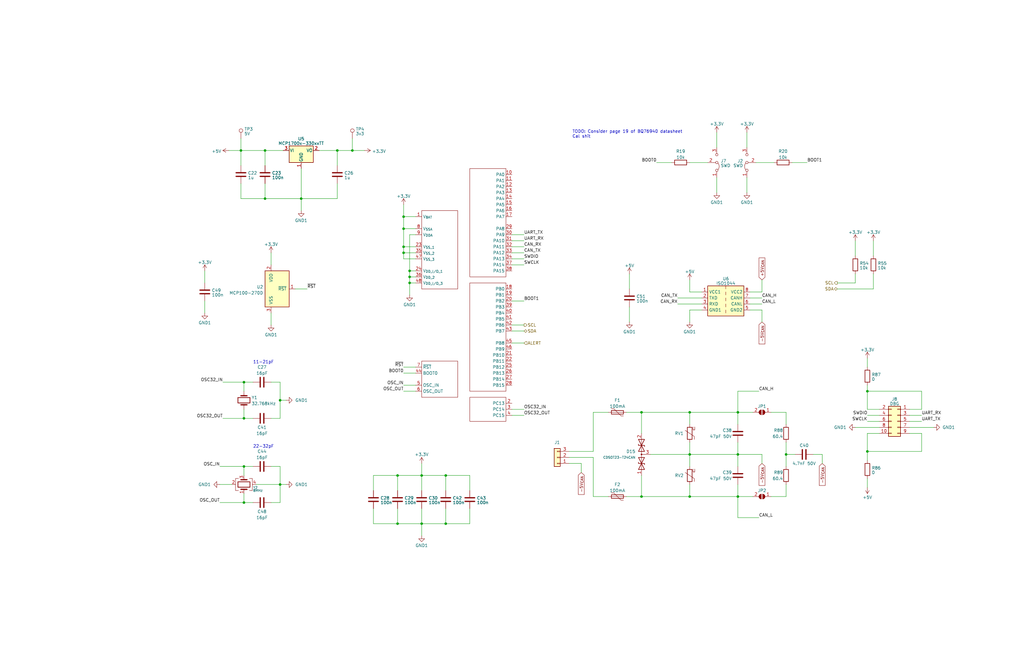
<source format=kicad_sch>
(kicad_sch (version 20230121) (generator eeschema)
  (paper "B")
  (junction (at 311.15 173.99))
  (junction (at 127 83.82))
  (junction (at 177.8 220.98))
  (junction (at 311.15 191.77))
  (junction (at 142.24 63.5))
  (junction (at 102.87 161.29))
  (junction (at 102.87 176.53))
  (junction (at 172.72 116.84))
  (junction (at 102.87 212.09))
  (junction (at 270.51 173.99))
  (junction (at 331.47 191.77))
  (junction (at 170.18 91.44))
  (junction (at 290.83 173.99))
  (junction (at 170.18 104.14))
  (junction (at 187.96 220.98))
  (junction (at 102.87 196.85))
  (junction (at 177.8 200.66))
  (junction (at 167.64 220.98))
  (junction (at 170.18 96.52))
  (junction (at 290.83 209.55))
  (junction (at 148.59 63.5))
  (junction (at 118.11 204.47))
  (junction (at 172.72 119.38))
  (junction (at 365.76 165.1))
  (junction (at 111.76 83.82))
  (junction (at 290.83 191.77))
  (junction (at 101.6 63.5))
  (junction (at 118.11 168.91))
  (junction (at 111.76 63.5))
  (junction (at 270.51 209.55))
  (junction (at 172.72 114.3))
  (junction (at 365.76 190.5))
  (junction (at 167.64 200.66))
  (junction (at 311.15 209.55))
  (junction (at 187.96 200.66))
  (junction (at 170.18 106.68))
  (wire (pts (xy 102.87 176.53) (xy 106.68 176.53)))
  (wire (pts (xy 118.11 196.85) (xy 118.11 204.47)))
  (wire (pts (xy 270.51 209.55) (xy 290.83 209.55)))
  (wire (pts (xy 142.24 77.47) (xy 142.24 83.82)))
  (wire (pts (xy 331.47 173.99) (xy 325.12 173.99)))
  (wire (pts (xy 302.26 55.88) (xy 302.26 62.23)))
  (wire (pts (xy 383.54 177.8) (xy 388.62 177.8)))
  (wire (pts (xy 187.96 220.98) (xy 187.96 214.63)))
  (wire (pts (xy 295.91 128.27) (xy 285.75 128.27)))
  (wire (pts (xy 250.19 173.99) (xy 256.54 173.99)))
  (wire (pts (xy 383.54 172.72) (xy 388.62 172.72)))
  (wire (pts (xy 365.76 182.88) (xy 365.76 190.5)))
  (wire (pts (xy 368.3 101.6) (xy 368.3 107.95)))
  (wire (pts (xy 295.91 125.73) (xy 285.75 125.73)))
  (wire (pts (xy 331.47 204.47) (xy 331.47 209.55)))
  (wire (pts (xy 311.15 204.47) (xy 311.15 209.55)))
  (wire (pts (xy 311.15 165.1) (xy 311.15 173.99)))
  (wire (pts (xy 198.12 220.98) (xy 198.12 214.63)))
  (wire (pts (xy 368.3 115.57) (xy 368.3 121.92)))
  (wire (pts (xy 172.72 119.38) (xy 172.72 116.84)))
  (wire (pts (xy 118.11 176.53) (xy 118.11 168.91)))
  (wire (pts (xy 331.47 209.55) (xy 325.12 209.55)))
  (wire (pts (xy 92.71 212.09) (xy 102.87 212.09)))
  (wire (pts (xy 250.19 209.55) (xy 256.54 209.55)))
  (wire (pts (xy 353.06 121.92) (xy 368.3 121.92)))
  (wire (pts (xy 102.87 165.1) (xy 102.87 161.29)))
  (wire (pts (xy 311.15 173.99) (xy 317.5 173.99)))
  (wire (pts (xy 220.98 172.72) (xy 215.9 172.72)))
  (wire (pts (xy 170.18 165.1) (xy 175.26 165.1)))
  (wire (pts (xy 172.72 116.84) (xy 175.26 116.84)))
  (wire (pts (xy 290.83 68.58) (xy 298.45 68.58)))
  (wire (pts (xy 111.76 63.5) (xy 119.38 63.5)))
  (wire (pts (xy 365.76 151.13) (xy 365.76 154.94)))
  (wire (pts (xy 388.62 182.88) (xy 383.54 182.88)))
  (wire (pts (xy 340.36 68.58) (xy 334.01 68.58)))
  (wire (pts (xy 170.18 96.52) (xy 170.18 104.14)))
  (wire (pts (xy 321.31 123.19) (xy 316.23 123.19)))
  (wire (pts (xy 167.64 200.66) (xy 167.64 207.01)))
  (wire (pts (xy 331.47 191.77) (xy 335.28 191.77)))
  (wire (pts (xy 92.71 196.85) (xy 102.87 196.85)))
  (wire (pts (xy 388.62 182.88) (xy 388.62 190.5)))
  (wire (pts (xy 86.36 127) (xy 86.36 132.08)))
  (wire (pts (xy 167.64 214.63) (xy 167.64 220.98)))
  (wire (pts (xy 365.76 162.56) (xy 365.76 165.1)))
  (wire (pts (xy 388.62 165.1) (xy 388.62 172.72)))
  (wire (pts (xy 102.87 200.66) (xy 102.87 196.85)))
  (wire (pts (xy 111.76 63.5) (xy 111.76 69.85)))
  (wire (pts (xy 198.12 200.66) (xy 187.96 200.66)))
  (wire (pts (xy 250.19 193.04) (xy 240.03 193.04)))
  (wire (pts (xy 331.47 186.69) (xy 331.47 191.77)))
  (wire (pts (xy 172.72 114.3) (xy 175.26 114.3)))
  (wire (pts (xy 118.11 161.29) (xy 118.11 168.91)))
  (wire (pts (xy 170.18 157.48) (xy 175.26 157.48)))
  (wire (pts (xy 170.18 104.14) (xy 170.18 106.68)))
  (wire (pts (xy 311.15 209.55) (xy 317.5 209.55)))
  (wire (pts (xy 316.23 128.27) (xy 321.31 128.27)))
  (wire (pts (xy 157.48 214.63) (xy 157.48 220.98)))
  (wire (pts (xy 170.18 162.56) (xy 175.26 162.56)))
  (wire (pts (xy 118.11 212.09) (xy 118.11 204.47)))
  (wire (pts (xy 265.43 115.57) (xy 265.43 121.92)))
  (wire (pts (xy 360.68 180.34) (xy 370.84 180.34)))
  (wire (pts (xy 311.15 173.99) (xy 311.15 179.07)))
  (wire (pts (xy 102.87 161.29) (xy 106.68 161.29)))
  (wire (pts (xy 101.6 77.47) (xy 101.6 83.82)))
  (wire (pts (xy 172.72 99.06) (xy 175.26 99.06)))
  (wire (pts (xy 177.8 220.98) (xy 177.8 226.06)))
  (wire (pts (xy 245.11 199.39) (xy 245.11 195.58)))
  (wire (pts (xy 114.3 106.68) (xy 114.3 111.76)))
  (wire (pts (xy 290.83 130.81) (xy 295.91 130.81)))
  (wire (pts (xy 114.3 212.09) (xy 118.11 212.09)))
  (wire (pts (xy 86.36 114.3) (xy 86.36 119.38)))
  (wire (pts (xy 187.96 220.98) (xy 198.12 220.98)))
  (wire (pts (xy 311.15 186.69) (xy 311.15 191.77)))
  (wire (pts (xy 346.71 191.77) (xy 342.9 191.77)))
  (wire (pts (xy 215.9 137.16) (xy 220.98 137.16)))
  (wire (pts (xy 167.64 220.98) (xy 177.8 220.98)))
  (wire (pts (xy 172.72 119.38) (xy 172.72 124.46)))
  (wire (pts (xy 250.19 193.04) (xy 250.19 209.55)))
  (wire (pts (xy 102.87 212.09) (xy 106.68 212.09)))
  (wire (pts (xy 290.83 135.89) (xy 290.83 130.81)))
  (wire (pts (xy 172.72 114.3) (xy 172.72 99.06)))
  (wire (pts (xy 167.64 200.66) (xy 177.8 200.66)))
  (wire (pts (xy 365.76 175.26) (xy 370.84 175.26)))
  (wire (pts (xy 177.8 214.63) (xy 177.8 220.98)))
  (wire (pts (xy 215.9 101.6) (xy 220.98 101.6)))
  (wire (pts (xy 314.96 62.23) (xy 314.96 55.88)))
  (wire (pts (xy 331.47 191.77) (xy 331.47 196.85)))
  (wire (pts (xy 321.31 118.11) (xy 321.31 123.19)))
  (wire (pts (xy 148.59 63.5) (xy 153.67 63.5)))
  (wire (pts (xy 111.76 77.47) (xy 111.76 83.82)))
  (wire (pts (xy 264.16 173.99) (xy 270.51 173.99)))
  (wire (pts (xy 157.48 200.66) (xy 157.48 207.01)))
  (wire (pts (xy 198.12 207.01) (xy 198.12 200.66)))
  (wire (pts (xy 383.54 175.26) (xy 388.62 175.26)))
  (wire (pts (xy 318.77 68.58) (xy 326.39 68.58)))
  (wire (pts (xy 290.83 191.77) (xy 274.32 191.77)))
  (wire (pts (xy 96.52 63.5) (xy 101.6 63.5)))
  (wire (pts (xy 331.47 179.07) (xy 331.47 173.99)))
  (wire (pts (xy 311.15 191.77) (xy 311.15 196.85)))
  (wire (pts (xy 220.98 127) (xy 215.9 127)))
  (wire (pts (xy 346.71 191.77) (xy 346.71 195.58)))
  (wire (pts (xy 311.15 191.77) (xy 321.31 191.77)))
  (wire (pts (xy 215.9 104.14) (xy 220.98 104.14)))
  (wire (pts (xy 365.76 190.5) (xy 365.76 194.31)))
  (wire (pts (xy 311.15 209.55) (xy 311.15 218.44)))
  (wire (pts (xy 101.6 63.5) (xy 101.6 69.85)))
  (wire (pts (xy 177.8 220.98) (xy 187.96 220.98)))
  (wire (pts (xy 114.3 161.29) (xy 118.11 161.29)))
  (wire (pts (xy 102.87 196.85) (xy 106.68 196.85)))
  (wire (pts (xy 365.76 165.1) (xy 365.76 172.72)))
  (wire (pts (xy 321.31 135.89) (xy 321.31 130.81)))
  (wire (pts (xy 142.24 63.5) (xy 148.59 63.5)))
  (wire (pts (xy 118.11 168.91) (xy 120.65 168.91)))
  (wire (pts (xy 270.51 173.99) (xy 290.83 173.99)))
  (wire (pts (xy 290.83 191.77) (xy 311.15 191.77)))
  (wire (pts (xy 215.9 111.76) (xy 220.98 111.76)))
  (wire (pts (xy 170.18 106.68) (xy 170.18 109.22)))
  (wire (pts (xy 102.87 208.28) (xy 102.87 212.09)))
  (wire (pts (xy 311.15 218.44) (xy 320.04 218.44)))
  (wire (pts (xy 170.18 91.44) (xy 170.18 96.52)))
  (wire (pts (xy 383.54 180.34) (xy 393.7 180.34)))
  (wire (pts (xy 170.18 96.52) (xy 175.26 96.52)))
  (wire (pts (xy 240.03 190.5) (xy 250.19 190.5)))
  (wire (pts (xy 240.03 195.58) (xy 245.11 195.58)))
  (wire (pts (xy 220.98 175.26) (xy 215.9 175.26)))
  (wire (pts (xy 290.83 186.69) (xy 290.83 191.77)))
  (wire (pts (xy 290.83 209.55) (xy 311.15 209.55)))
  (wire (pts (xy 93.98 176.53) (xy 102.87 176.53)))
  (wire (pts (xy 97.79 204.47) (xy 92.71 204.47)))
  (wire (pts (xy 321.31 130.81) (xy 316.23 130.81)))
  (wire (pts (xy 93.98 161.29) (xy 102.87 161.29)))
  (wire (pts (xy 265.43 129.54) (xy 265.43 135.89)))
  (wire (pts (xy 365.76 165.1) (xy 388.62 165.1)))
  (wire (pts (xy 167.64 200.66) (xy 157.48 200.66)))
  (wire (pts (xy 365.76 182.88) (xy 370.84 182.88)))
  (wire (pts (xy 177.8 200.66) (xy 177.8 207.01)))
  (wire (pts (xy 270.51 200.66) (xy 270.51 209.55)))
  (wire (pts (xy 124.46 121.92) (xy 129.54 121.92)))
  (wire (pts (xy 187.96 207.01) (xy 187.96 200.66)))
  (wire (pts (xy 175.26 154.94) (xy 170.18 154.94)))
  (wire (pts (xy 101.6 63.5) (xy 111.76 63.5)))
  (wire (pts (xy 290.83 173.99) (xy 311.15 173.99)))
  (wire (pts (xy 360.68 115.57) (xy 360.68 119.38)))
  (wire (pts (xy 264.16 209.55) (xy 270.51 209.55)))
  (wire (pts (xy 290.83 123.19) (xy 295.91 123.19)))
  (wire (pts (xy 276.86 68.58) (xy 283.21 68.58)))
  (wire (pts (xy 290.83 191.77) (xy 290.83 196.85)))
  (wire (pts (xy 365.76 172.72) (xy 370.84 172.72)))
  (wire (pts (xy 142.24 63.5) (xy 142.24 69.85)))
  (wire (pts (xy 127 83.82) (xy 142.24 83.82)))
  (wire (pts (xy 215.9 139.7) (xy 220.98 139.7)))
  (wire (pts (xy 215.9 106.68) (xy 220.98 106.68)))
  (wire (pts (xy 111.76 83.82) (xy 127 83.82)))
  (wire (pts (xy 170.18 106.68) (xy 175.26 106.68)))
  (wire (pts (xy 101.6 83.82) (xy 111.76 83.82)))
  (wire (pts (xy 148.59 58.42) (xy 148.59 63.5)))
  (wire (pts (xy 290.83 118.11) (xy 290.83 123.19)))
  (wire (pts (xy 170.18 109.22) (xy 175.26 109.22)))
  (wire (pts (xy 101.6 58.42) (xy 101.6 63.5)))
  (wire (pts (xy 215.9 109.22) (xy 220.98 109.22)))
  (wire (pts (xy 114.3 196.85) (xy 118.11 196.85)))
  (wire (pts (xy 270.51 173.99) (xy 270.51 182.88)))
  (wire (pts (xy 365.76 190.5) (xy 388.62 190.5)))
  (wire (pts (xy 118.11 204.47) (xy 120.65 204.47)))
  (wire (pts (xy 134.62 63.5) (xy 142.24 63.5)))
  (wire (pts (xy 172.72 116.84) (xy 172.72 114.3)))
  (wire (pts (xy 157.48 220.98) (xy 167.64 220.98)))
  (wire (pts (xy 250.19 190.5) (xy 250.19 173.99)))
  (wire (pts (xy 321.31 191.77) (xy 321.31 195.58)))
  (wire (pts (xy 316.23 125.73) (xy 321.31 125.73)))
  (wire (pts (xy 114.3 132.08) (xy 114.3 137.16)))
  (wire (pts (xy 187.96 200.66) (xy 177.8 200.66)))
  (wire (pts (xy 311.15 165.1) (xy 320.04 165.1)))
  (wire (pts (xy 365.76 201.93) (xy 365.76 205.74)))
  (wire (pts (xy 170.18 86.36) (xy 170.18 91.44)))
  (wire (pts (xy 302.26 74.93) (xy 302.26 81.28)))
  (wire (pts (xy 127 83.82) (xy 127 88.9)))
  (wire (pts (xy 215.9 144.78) (xy 220.98 144.78)))
  (wire (pts (xy 365.76 177.8) (xy 370.84 177.8)))
  (wire (pts (xy 290.83 204.47) (xy 290.83 209.55)))
  (wire (pts (xy 353.06 119.38) (xy 360.68 119.38)))
  (wire (pts (xy 114.3 176.53) (xy 118.11 176.53)))
  (wire (pts (xy 360.68 101.6) (xy 360.68 107.95)))
  (wire (pts (xy 314.96 74.93) (xy 314.96 81.28)))
  (wire (pts (xy 170.18 104.14) (xy 175.26 104.14)))
  (wire (pts (xy 170.18 91.44) (xy 175.26 91.44)))
  (wire (pts (xy 172.72 119.38) (xy 175.26 119.38)))
  (wire (pts (xy 102.87 172.72) (xy 102.87 176.53)))
  (wire (pts (xy 215.9 99.06) (xy 220.98 99.06)))
  (wire (pts (xy 177.8 195.58) (xy 177.8 200.66)))
  (wire (pts (xy 290.83 173.99) (xy 290.83 179.07)))
  (wire (pts (xy 127 71.12) (xy 127 83.82)))
  (wire (pts (xy 107.95 204.47) (xy 118.11 204.47)))
  (text "11-21pF" (at 106.68 153.67 0) (effects (font (size 1.27 1.27)) (justify left bottom)))
  (text "22-32pF" (at 106.68 189.23 0) (effects (font (size 1.27 1.27)) (justify left bottom)))
  (text "TODO: Consider page 19 of BQ76940 datasheet\nCal shit" (at 241.3 58.42 0) (effects (font (size 1.27 1.27)) (justify left bottom)))
  (label "CAN_L" (at 320.04 218.44 0))
  (label "UART_TX" (at 388.62 177.8 0))
  (label "OSC_IN" (at 170.18 162.56 180))
  (label "SWDIO" (at 365.76 175.26 180))
  (label "CAN_H" (at 321.31 125.73 0))
  (label "SWCLK" (at 365.76 177.8 180))
  (label "OSC_OUT" (at 170.18 165.1 180))
  (label "CAN_RX" (at 285.75 128.27 180))
  (label "SWCLK" (at 220.98 111.76 0))
  (label "BOOT1" (at 220.98 127 0))
  (label "OSC32_OUT" (at 220.98 175.26 0))
  (label "~{RST}" (at 170.18 154.94 180))
  (label "UART_TX" (at 220.98 99.06 0))
  (label "~{RST}" (at 129.54 121.92 0))
  (label "CAN_H" (at 320.04 165.1 0))
  (label "UART_RX" (at 220.98 101.6 0))
  (label "BOOT1" (at 340.36 68.58 0))
  (label "OSC32_OUT" (at 93.98 176.53 180))
  (label "OSC_IN" (at 92.71 196.85 180))
  (label "OSC32_IN" (at 93.98 161.29 180))
  (label "OSC_OUT" (at 92.71 212.09 180))
  (label "BOOT0" (at 170.18 157.48 180))
  (label "SWDIO" (at 220.98 109.22 0))
  (label "BOOT0" (at 276.86 68.58 180))
  (label "OSC32_IN" (at 220.98 172.72 0))
  (label "CAN_TX" (at 285.75 125.73 180))
  (label "CAN_RX" (at 220.98 104.14 0))
  (label "UART_RX" (at 388.62 175.26 0))
  (label "CAN_TX" (at 220.98 106.68 0))
  (label "CAN_L" (at 321.31 128.27 0))
  (global_label "-5V_{CAN}" (shape input) (at 346.71 195.58 270) (property "Intersheetrefs" "${INTERSHEET_REFS}" (effects hide)))
  (global_label "+5V_{CAN}" (shape input) (at 321.31 118.11 90) (property "Intersheetrefs" "${INTERSHEET_REFS}" (effects hide)))
  (global_label "-5V_{CAN}" (shape input) (at 245.11 199.39 270) (property "Intersheetrefs" "${INTERSHEET_REFS}" (effects hide)))
  (global_label "-5V_{CAN}" (shape input) (at 321.31 135.89 270) (property "Intersheetrefs" "${INTERSHEET_REFS}" (effects hide)))
  (global_label "-5V_{CAN}" (shape input) (at 321.31 195.58 270) (property "Intersheetrefs" "${INTERSHEET_REFS}" (effects hide)))
  (hierarchical_label "SCL" (shape output) (at 220.98 137.16 0))
  (hierarchical_label "ALERT" (shape input) (at 220.98 144.78 0))
  (hierarchical_label "SCL" (shape output) (at 353.06 119.38 180))
  (hierarchical_label "SDA" (shape bidirectional) (at 353.06 121.92 180))
  (hierarchical_label "SDA" (shape bidirectional) (at 220.98 139.7 0))
  (symbol (lib_id "Device:R") (at 287.02 68.58 90) (unit 1)
    (property "Reference" "R19" (at 287.02 63.8642 90))
    (property "Value" "10k" (at 287.02 66.4011 90))
    (property "Footprint" "Resistor_SMD:R_0603_1608Metric" (effects hide))
    (property "Datasheet" "https://www.mouser.com/datasheet/2/219/RK73H-1825326.pdf" (effects hide))
    (property "Mouser" "https://www.mouser.com/ProductDetail/KOA-Speer/RK73H1JTTD1002F?qs=sGAEpiMZZMtlubZbdhIBINkEv%252BGnJSJCzf6arQIEEEA%3D" (effects hide))
    (property "Part Number" "RK73H1JTTD1002F" (effects hide))
    (property "Rating" "100mW" (effects hide))
  )
  (symbol (lib_id "qtech:CH32V203CxT6") (at 205.74 93.98 0) (unit 1)
    (property "Reference" "U3" (effects hide))
    (property "Value" "CH32V203CxT6" (effects hide))
    (property "Footprint" "Package_QFP:LQFP-48_7x7mm_P0.5mm" (effects hide))
    (property "Datasheet" "http://www.wch-ic.com/downloads/file/354.html" (effects hide))
    (property "Mouser" "-" (effects hide))
    (property "Part Number" "CH32V203C8T6" (effects hide))
  )
  (symbol (lib_id "Device:Crystal") (at 102.87 168.91 90) (unit 1)
    (property "Reference" "Y1" (at 106.045 167.767 90) (effects (justify right)))
    (property "Value" "32.768kHz" (at 106.045 170.307 90) (effects (justify right)))
    (property "Footprint" "Crystal:Crystal_SMD_3215-2Pin_3.2x1.5mm" (effects hide))
    (property "Datasheet" "https://www.mouser.com/datasheet/2/3/ABS07AIG-3215092.pdf" (effects hide))
    (property "Mouser" "https://www.mouser.com/ProductDetail/ABRACON/ABS07AIG-32.768KHZ-T?qs=gG6m684uYP5oqwgXl1V4Jg%3D%3D" (effects hide))
    (property "Part Number" "ABS07AIG-32.768KHZ-T" (effects hide))
    (property "Rating" "12.5pF" (effects hide))
  )
  (symbol (lib_id "power:GND1") (at 92.71 204.47 270) (unit 1)
    (property "Reference" "#PWR016" (effects hide))
    (property "Value" "GND1" (at 88.9 204.47 90) (effects (justify right)))
  )
  (symbol (lib_id "power:GND1") (at 127 88.9 0) (unit 1)
    (property "Reference" "#PWR010" (effects hide))
    (property "Value" "GND1" (at 127 93.0355 0))
    (instances (project "bms" (path "" (reference "#PWR010") (unit 1)) (path "" (reference "#PWR020") (unit 1))))
  )
  (symbol (lib_id "Device:C") (at 265.43 125.73 0) (unit 1)
    (property "Reference" "C51" (at 268.351 125.0863 0) (effects (justify left)))
    (property "Value" "100n" (at 268.351 127.0073 0) (effects (justify left)))
    (property "Footprint" "Capacitor_SMD:C_0603_1608Metric" (effects hide))
    (property "Datasheet" "https://www.mouser.com/datasheet/2/40/X7RDielectric-2943470.pdf" (effects hide))
    (property "Mouser" "https://www.mouser.com/ProductDetail/KYOCERA-AVX/06035C104KAT2A?qs=sGAEpiMZZMs7ZEmUmaUL07F2qgI%252BUofJK2BrtL3gRPE%3D" (effects hide))
    (property "Part Number" "06035C104KAT2A" (effects hide))
    (property "Rating" "50V" (effects hide))
  )
  (symbol (lib_id "Connector:TestPoint") (at 148.59 58.42 0) (unit 1)
    (property "Reference" "TP4" (at 149.987 54.4743 0) (effects (justify left)))
    (property "Value" "3v3" (at 149.987 56.3953 0) (effects (justify left)))
    (property "Footprint" "TestPoint:TestPoint_Pad_D1.5mm" (effects hide))
  )
  (symbol (lib_id "power:GND1") (at 393.7 180.34 90) (unit 1)
    (property "Reference" "#PWR010" (effects hide))
    (property "Value" "GND1" (at 400.05 180.34 90))
    (instances (project "bms" (path "" (reference "#PWR010") (unit 1)) (path "" (reference "#PWR051") (unit 1))))
  )
  (symbol (lib_id "Device:R") (at 368.3 111.76 180) (unit 1)
    (property "Reference" "R55" (at 370.078 111.1163 0) (effects (justify right)))
    (property "Value" "10k" (at 370.078 113.0373 0) (effects (justify right)))
    (property "Footprint" "Resistor_SMD:R_0603_1608Metric" (effects hide))
    (property "Datasheet" "https://www.mouser.com/datasheet/2/219/RK73H-1825326.pdf" (effects hide))
    (property "Mouser" "https://www.mouser.com/ProductDetail/KOA-Speer/RK73H1JTTD1002F?qs=sGAEpiMZZMtlubZbdhIBINkEv%252BGnJSJCzf6arQIEEEA%3D" (effects hide))
    (property "Part Number" "RK73H1JTTD1002F" (effects hide))
    (property "Rating" "100mW" (effects hide))
  )
  (symbol (lib_id "Device:C") (at 167.64 210.82 0) (unit 1)
    (property "Reference" "C29" (at 170.561 210.1763 0) (effects (justify left)))
    (property "Value" "100n" (at 170.561 212.0973 0) (effects (justify left)))
    (property "Footprint" "Capacitor_SMD:C_0603_1608Metric" (effects hide))
    (property "Datasheet" "https://www.mouser.com/datasheet/2/40/X7RDielectric-2943470.pdf" (effects hide))
    (property "Mouser" "https://www.mouser.com/ProductDetail/KYOCERA-AVX/06035C104KAT2A?qs=sGAEpiMZZMs7ZEmUmaUL07F2qgI%252BUofJK2BrtL3gRPE%3D" (effects hide))
    (property "Part Number" "06035C104KAT2A" (effects hide))
    (property "Rating" "50V" (effects hide))
  )
  (symbol (lib_id "Device:Crystal_GND24") (at 102.87 204.47 90) (unit 1)
    (property "Reference" "Y2" (at 106.68 205.74 90) (effects (font (size 1 1)) (justify right)))
    (property "Value" "8MHz" (at 106.68 207.01 90) (effects (font (size 1 1)) (justify right)))
    (property "Footprint" "Crystal:Crystal_SMD_Abracon_ABM3C-4Pin_5.0x3.2mm" (effects hide))
    (property "Datasheet" "https://www.mouser.com/datasheet/2/3/ABM3BAIG-1608910.pdf" (effects hide))
    (property "Mouser" "https://www.mouser.com/ProductDetail/ABRACON/ABM3BAIG-8.000MHZ-1Z-T?qs=uwxL4vQweFMtl1NAFNP1Qg%3D%3D" (effects hide))
    (property "Part Number" "ABM3BAIG-8.000MHZ-1Z-T" (effects hide))
    (property "Rating" "18pF" (effects hide))
  )
  (symbol (lib_id "qtech:CH32V203CxT6") (at 205.74 142.24 0) (unit 2)
    (property "Reference" "U3" (effects hide))
    (property "Value" "CH32V203CxT6" (effects hide))
    (property "Footprint" "Package_QFP:LQFP-48_7x7mm_P0.5mm" (effects hide))
    (property "Datasheet" "http://www.wch-ic.com/downloads/file/354.html" (effects hide))
    (property "Mouser" "-" (effects hide))
    (property "Part Number" "CH32V203C8T6" (effects hide))
  )
  (symbol (lib_id "Regulator_Linear:MCP1700x-330xxTT") (at 127 63.5 0) (unit 1)
    (property "Reference" "U5" (at 127 58.5851 0))
    (property "Value" "MCP1700x-330xxTT" (at 127 60.5061 0))
    (property "Footprint" "Package_TO_SOT_SMD:SOT-23" (effects hide))
    (property "Datasheet" "http://ww1.microchip.com/downloads/en/DeviceDoc/20001826D.pdf" (effects hide))
    (property "Mouser" "https://www.mouser.com/ProductDetail/Microchip-Technology/MCP1700T-3302E-TT?qs=fM4xO01eazPmCNDrdHEdaw%3D%3D" (effects hide))
    (property "Part Number" "MCP1700T-3302E/TT " (effects hide))
  )
  (symbol (lib_id "power:GND1") (at 302.26 81.28 0) (unit 1)
    (property "Reference" "#PWR010" (effects hide))
    (property "Value" "GND1" (at 302.26 85.4155 0))
    (instances (project "bms" (path "" (reference "#PWR010") (unit 1)) (path "" (reference "#PWR022") (unit 1))))
  )
  (symbol (lib_id "qtech:CH32V203CxT6") (at 185.42 106.68 0) (unit 5)
    (property "Reference" "U3" (effects hide))
    (property "Value" "CH32V203CxT6" (effects hide))
    (property "Footprint" "Package_QFP:LQFP-48_7x7mm_P0.5mm" (effects hide))
    (property "Datasheet" "http://www.wch-ic.com/downloads/file/354.html" (effects hide))
    (property "Mouser" "-" (effects hide))
    (property "Part Number" "CH32V203C8T6" (effects hide))
  )
  (symbol (lib_id "Jumper:SolderJumper_2_Open") (at 321.31 173.99 0) (mirror y) (unit 1) (in_bom no)
    (property "Reference" "JP1" (at 321.31 171.45 0))
    (property "Value" "SolderJumper_2_Open" (effects hide))
    (property "Footprint" "Jumper:SolderJumper-2_P1.3mm_Open_RoundedPad1.0x1.5mm" (effects hide))
    (instances (project "bms" (path "" (reference "JP1") (unit 1))) (project "bcu" (path "" (reference "JP?") (unit 1)) (path "" (reference "JP3") (unit 1))))
  )
  (symbol (lib_id "Device:C") (at 142.24 73.66 0) (unit 1)
    (property "Reference" "C26" (at 145.161 73.0163 0) (effects (justify left)))
    (property "Value" "1u" (at 145.161 74.9373 0) (effects (justify left)))
    (property "Footprint" "Capacitor_SMD:C_0603_1608Metric" (effects hide))
    (property "Datasheet" "https://www.mouser.com/datasheet/2/585/MLCC-1837944.pdf" (effects hide))
    (property "Mouser" "https://www.mouser.com/ProductDetail/Samsung-Electro-Mechanics/CL10B105KA8NNND?qs=sGAEpiMZZMs7ZEmUmaUL03JOSOi7G3a3Pbmf%252BVZ%2FyZWWNareYBTNVg%3D%3D" (effects hide))
    (property "Part Number" "CL10B105KA8NNND" (effects hide))
    (property "Rating" "25V" (effects hide))
  )
  (symbol (lib_id "Device:C") (at 311.15 182.88 0) (mirror y) (unit 1)
    (property "Reference" "C38" (at 308.61 181.61 0) (effects (justify left)))
    (property "Value" "47pF 50V" (at 308.61 184.15 0) (effects (justify left)))
    (property "Footprint" "Capacitor_SMD:C_0402_1005Metric" (effects hide))
    (property "Datasheet" "https://www.mouser.com/datasheet/2/281/1/GRT1555C1H470JA02_01A-3157872.pdf" (effects hide))
    (property "Mouser" "https://www.mouser.com/ProductDetail/Murata-Electronics/GRT1555C1H470JA02D?qs=qkDYIeTQ%252BEmwVxkhIB%2FZ%2Fg%3D%3D" (effects hide))
    (property "Part Number" "GRT1555C1H470JA02D" (effects hide))
    (instances (project "bms" (path "" (reference "C38") (unit 1))) (project "bcu" (path "" (reference "C?") (unit 1)) (path "" (reference "C21") (unit 1))))
  )
  (symbol (lib_id "Connector_Generic:Conn_02x05_Odd_Even") (at 378.46 177.8 0) (mirror y) (unit 1)
    (property "Reference" "J8" (at 377.19 168.4401 0))
    (property "Value" "DBG" (at 377.19 170.3611 0))
    (property "Footprint" "Connector_PinSocket_2.54mm:PinSocket_2x05_P2.54mm_Vertical" (effects hide))
  )
  (symbol (lib_id "Connector_Generic:Conn_01x03") (at 234.95 193.04 180) (unit 1)
    (property "Reference" "J1" (at 234.95 186.69 0))
    (property "Value" "Conn_01x03" (effects hide))
    (property "Footprint" "Connector_JST:JST_XA_S02B-XASK-1_1x02_P2.50mm_Horizontal" (effects hide))
    (instances (project "bms" (path "" (reference "J1") (unit 1))) (project "bcu" (path "" (reference "J3") (unit 1))))
  )
  (symbol (lib_id "power:+5V") (at 265.43 115.57 0) (unit 1)
    (property "Reference" "#PWR01" (effects hide))
    (property "Value" "+5V" (at 265.43 112.0681 0))
    (instances (project "bms" (path "" (reference "#PWR01") (unit 1)) (path "" (reference "#PWR040") (unit 1))))
  )
  (symbol (lib_id "qtech:CH32V203CxT6") (at 185.42 160.02 0) (unit 4)
    (property "Reference" "U3" (effects hide))
    (property "Value" "CH32V203CxT6" (effects hide))
    (property "Footprint" "Package_QFP:LQFP-48_7x7mm_P0.5mm" (effects hide))
    (property "Datasheet" "http://www.wch-ic.com/downloads/file/354.html" (effects hide))
    (property "Mouser" "-" (effects hide))
    (property "Part Number" "CH32V203C8T6" (effects hide))
  )
  (symbol (lib_id "power:+3.3V") (at 177.8 195.58 0) (unit 1)
    (property "Reference" "#PWR036" (effects hide))
    (property "Value" "+3.3V" (at 177.8 191.77 0))
  )
  (symbol (lib_id "power:GND1") (at 177.8 226.06 0) (unit 1)
    (property "Reference" "#PWR010" (effects hide))
    (property "Value" "GND1" (at 177.8 230.1955 0))
    (instances (project "bms" (path "" (reference "#PWR010") (unit 1)) (path "" (reference "#PWR015") (unit 1))))
  )
  (symbol (lib_id "Device:R") (at 331.47 200.66 0) (mirror y) (unit 1)
    (property "Reference" "R89" (at 330.2 199.39 0) (effects (justify left)))
    (property "Value" "60.4" (at 330.2 201.93 0) (effects (justify left)))
    (property "Footprint" "Resistor_SMD:R_0603_1608Metric" (effects hide))
    (property "Datasheet" "https://www.vishay.com/doc?20035" (effects hide))
    (property "Mouser" "https://www.mouser.com/ProductDetail/Vishay-Dale/CRCW060360R4FKEA?qs=6fyMJ9%2FiJ9KMVX8MBWVfDg%3D%3D" (effects hide))
    (property "Part Number" "CRCW060360R4FKEA" (effects hide))
    (instances (project "bms" (path "" (reference "R89") (unit 1))) (project "bcu" (path "" (reference "R?") (unit 1)) (path "" (reference "R9") (unit 1))))
  )
  (symbol (lib_id "power:+3.3V") (at 153.67 63.5 270) (unit 1)
    (property "Reference" "#PWR030" (effects hide))
    (property "Value" "+3.3V" (at 156.845 63.8168 90) (effects (justify left)))
  )
  (symbol (lib_id "Device:C") (at 86.36 123.19 0) (unit 1)
    (property "Reference" "C49" (at 89.281 122.5463 0) (effects (justify left)))
    (property "Value" "100n" (at 89.281 124.4673 0) (effects (justify left)))
    (property "Footprint" "Capacitor_SMD:C_0603_1608Metric" (effects hide))
    (property "Datasheet" "https://www.mouser.com/datasheet/2/40/X7RDielectric-2943470.pdf" (effects hide))
    (property "Mouser" "https://www.mouser.com/ProductDetail/KYOCERA-AVX/06035C104KAT2A?qs=sGAEpiMZZMs7ZEmUmaUL07F2qgI%252BUofJK2BrtL3gRPE%3D" (effects hide))
    (property "Part Number" "06035C104KAT2A" (effects hide))
    (property "Rating" "50V" (effects hide))
  )
  (symbol (lib_id "power:+5V") (at 96.52 63.5 90) (unit 1)
    (property "Reference" "#PWR01" (effects hide))
    (property "Value" "+5V" (at 93.3451 63.8168 90) (effects (justify left)))
    (instances (project "bms" (path "" (reference "#PWR01") (unit 1)) (path "" (reference "#PWR031") (unit 1))))
  )
  (symbol (lib_id "power:GND1") (at 314.96 81.28 0) (unit 1)
    (property "Reference" "#PWR010" (effects hide))
    (property "Value" "GND1" (at 314.96 85.4155 0))
    (instances (project "bms" (path "" (reference "#PWR010") (unit 1)) (path "" (reference "#PWR024") (unit 1))))
  )
  (symbol (lib_id "Device:R") (at 360.68 111.76 180) (unit 1)
    (property "Reference" "R54" (at 362.458 111.1163 0) (effects (justify right)))
    (property "Value" "10k" (at 362.458 113.0373 0) (effects (justify right)))
    (property "Footprint" "Resistor_SMD:R_0603_1608Metric" (effects hide))
    (property "Datasheet" "https://www.mouser.com/datasheet/2/219/RK73H-1825326.pdf" (effects hide))
    (property "Mouser" "https://www.mouser.com/ProductDetail/KOA-Speer/RK73H1JTTD1002F?qs=sGAEpiMZZMtlubZbdhIBINkEv%252BGnJSJCzf6arQIEEEA%3D" (effects hide))
    (property "Part Number" "RK73H1JTTD1002F" (effects hide))
    (property "Rating" "100mW" (effects hide))
  )
  (symbol (lib_id "Jumper:Jumper_3_Bridged12") (at 302.26 68.58 270) (mirror x) (unit 1)
    (property "Reference" "J7" (at 303.8861 67.9363 90) (effects (justify left)))
    (property "Value" "SWD" (at 303.8861 69.8573 90) (effects (justify left)))
    (property "Footprint" "Jumper:SolderJumper-3_P1.3mm_Bridged12_RoundedPad1.0x1.5mm" (effects hide))
  )
  (symbol (lib_id "power:GND1") (at 114.3 137.16 0) (unit 1)
    (property "Reference" "#PWR010" (effects hide))
    (property "Value" "GND1" (at 114.3 141.2955 0))
    (instances (project "bms" (path "" (reference "#PWR010") (unit 1)) (path "" (reference "#PWR037") (unit 1))))
  )
  (symbol (lib_id "power:+3.3V") (at 302.26 55.88 0) (unit 1)
    (property "Reference" "#PWR021" (effects hide))
    (property "Value" "+3.3V" (at 302.26 52.3042 0))
  )
  (symbol (lib_id "Device:C") (at 101.6 73.66 0) (unit 1)
    (property "Reference" "C22" (at 104.521 73.0163 0) (effects (justify left)))
    (property "Value" "1u" (at 104.521 74.9373 0) (effects (justify left)))
    (property "Footprint" "Capacitor_SMD:C_0603_1608Metric" (effects hide))
    (property "Datasheet" "https://www.mouser.com/datasheet/2/585/MLCC-1837944.pdf" (effects hide))
    (property "Mouser" "https://www.mouser.com/ProductDetail/Samsung-Electro-Mechanics/CL10B105KA8NNND?qs=sGAEpiMZZMs7ZEmUmaUL03JOSOi7G3a3Pbmf%252BVZ%2FyZWWNareYBTNVg%3D%3D" (effects hide))
    (property "Part Number" "CL10B105KA8NNND" (effects hide))
    (property "Rating" "25V" (effects hide))
  )
  (symbol (lib_id "power:GND1") (at 172.72 124.46 0) (unit 1)
    (property "Reference" "#PWR010" (effects hide))
    (property "Value" "GND1" (at 172.72 128.5955 0))
    (instances (project "bms" (path "" (reference "#PWR010") (unit 1)) (path "" (reference "#PWR035") (unit 1))))
  )
  (symbol (lib_id "Device:C") (at 339.09 191.77 90) (mirror x) (unit 1)
    (property "Reference" "C40" (at 339.09 187.96 90))
    (property "Value" "4.7nF 50V" (at 339.09 195.58 90))
    (property "Footprint" "Capacitor_SMD:C_0402_1005Metric" (effects hide))
    (property "Datasheet" "https://www.mouser.com/datasheet/2/281/1/GCM155R72A472KA37_01A-3142478.pdf" (effects hide))
    (property "Mouser" "https://www.mouser.com/ProductDetail/Murata-Electronics/GCM155R72A472KA37D?qs=aEuGZpxfbxUdOQVE8GeD2Q%3D%3D" (effects hide))
    (property "Part Number" "GCM155R72A472KA37D" (effects hide))
    (instances (project "bms" (path "" (reference "C40") (unit 1))) (project "bcu" (path "" (reference "C?") (unit 1)) (path "" (reference "C24") (unit 1))))
  )
  (symbol (lib_id "Device:C") (at 198.12 210.82 0) (unit 1)
    (property "Reference" "C43" (at 201.041 210.1763 0) (effects (justify left)))
    (property "Value" "100n" (at 201.041 212.0973 0) (effects (justify left)))
    (property "Footprint" "Capacitor_SMD:C_0603_1608Metric" (effects hide))
    (property "Datasheet" "https://www.mouser.com/datasheet/2/40/X7RDielectric-2943470.pdf" (effects hide))
    (property "Mouser" "https://www.mouser.com/ProductDetail/KYOCERA-AVX/06035C104KAT2A?qs=sGAEpiMZZMs7ZEmUmaUL07F2qgI%252BUofJK2BrtL3gRPE%3D" (effects hide))
    (property "Part Number" "06035C104KAT2A" (effects hide))
    (property "Rating" "50V" (effects hide))
  )
  (symbol (lib_id "power:+5V") (at 290.83 118.11 0) (unit 1)
    (property "Reference" "#PWR01" (effects hide))
    (property "Value" "+5V" (at 290.83 114.6081 0))
    (instances (project "bms" (path "" (reference "#PWR01") (unit 1)) (path "" (reference "#PWR042") (unit 1))))
  )
  (symbol (lib_id "power:+3.3V") (at 170.18 86.36 0) (unit 1)
    (property "Reference" "#PWR019" (effects hide))
    (property "Value" "+3.3V" (at 170.18 82.7842 0))
  )
  (symbol (lib_id "Device:Polyfuse") (at 260.35 209.55 270) (mirror x) (unit 1)
    (property "Reference" "F2" (at 260.35 204.47 90))
    (property "Value" "100mA" (at 260.35 207.01 90))
    (property "Footprint" "Fuse:Fuse_1206_3216Metric" (effects hide))
    (property "Datasheet" "https://www.mouser.com/datasheet/2/643/ds_CP_0ZTJ_series-1960408.pdf" (effects hide))
    (property "Mouser" "https://www.mouser.com/ProductDetail/Bel-Fuse/0ZTJ0010FF2E?qs=sPbYRqrBIVloRUc9cuHcrQ%3D%3D" (effects hide))
    (property "Part Number" "0ZTJ0010FF2E" (effects hide))
    (instances (project "bms" (path "" (reference "F2") (unit 1))) (project "bcu" (path "" (reference "F6") (unit 1))))
  )
  (symbol (lib_id "power:+3.3V") (at 114.3 106.68 0) (unit 1)
    (property "Reference" "#PWR017" (effects hide))
    (property "Value" "+3.3V" (at 114.3 103.1042 0))
  )
  (symbol (lib_id "qtech:ISO1044") (at 306.07 125.73 0) (unit 1)
    (property "Reference" "U6" (at 306.07 117.6401 0))
    (property "Value" "ISO1044" (at 306.07 119.5611 0))
    (property "Footprint" "Package_SO:SOIC-8_3.9x4.9mm_P1.27mm" (effects hide))
    (property "Datasheet" "https://www.ti.com/lit/ds/symlink/iso1044.pdf" (effects hide))
    (property "Mouser" "https://www.mouser.com/ProductDetail/Texas-Instruments/ISO1044BD?qs=W%2FMpXkg%252BdQ6CUu0TGf8UTA%3D%3D" (effects hide))
    (property "Part Number" "ISO1044BD" (effects hide))
  )
  (symbol (lib_id "power:+3.3V") (at 314.96 55.88 0) (unit 1)
    (property "Reference" "#PWR023" (effects hide))
    (property "Value" "+3.3V" (at 314.96 52.3042 0))
  )
  (symbol (lib_id "power:+3.3V") (at 360.68 101.6 0) (unit 1)
    (property "Reference" "#PWR026" (effects hide))
    (property "Value" "+3.3V" (at 360.68 98.0242 0))
  )
  (symbol (lib_id "Device:R") (at 330.2 68.58 270) (unit 1)
    (property "Reference" "R20" (at 330.2 63.8642 90))
    (property "Value" "10k" (at 330.2 66.4011 90))
    (property "Footprint" "Resistor_SMD:R_0603_1608Metric" (effects hide))
    (property "Datasheet" "https://www.mouser.com/datasheet/2/219/RK73H-1825326.pdf" (effects hide))
    (property "Mouser" "https://www.mouser.com/ProductDetail/KOA-Speer/RK73H1JTTD1002F?qs=sGAEpiMZZMtlubZbdhIBINkEv%252BGnJSJCzf6arQIEEEA%3D" (effects hide))
    (property "Part Number" "RK73H1JTTD1002F" (effects hide))
    (property "Rating" "100mW" (effects hide))
  )
  (symbol (lib_id "power:GND1") (at 360.68 180.34 270) (unit 1)
    (property "Reference" "#PWR010" (effects hide))
    (property "Value" "GND1" (at 354.33 180.34 90))
    (instances (project "bms" (path "" (reference "#PWR010") (unit 1)) (path "" (reference "#PWR052") (unit 1))))
  )
  (symbol (lib_id "Device:Varistor") (at 290.83 182.88 180) (unit 1)
    (property "Reference" "RV1" (at 288.29 182.88 0) (effects (justify left)))
    (property "Value" "Varistor" (effects hide))
    (property "Footprint" "Resistor_SMD:R_1206_3216Metric" (effects hide))
    (property "Datasheet" "https://www.mouser.com/datasheet/2/54/avht_series-1773099.pdf" (effects hide))
    (property "Sim.Name" "kicad_builtin_varistor" (effects hide))
    (property "Sim.Device" "SUBCKT" (effects hide))
    (property "Sim.Pins" "1=A 2=B" (effects hide))
    (property "Sim.Params" "threshold=1k" (effects hide))
    (property "Sim.Library" "${KICAD7_SYMBOL_DIR}/Simulation_SPICE.sp" (effects hide))
    (property "Mouser" "https://www.mouser.com/ProductDetail/Bourns/AV14K1206201NIR1HT?qs=OlC7AqGiEDmYsye0rS80kA%3D%3D" (effects hide))
    (property "Part Number" "AV14K1206201NIR1HT" (effects hide))
  )
  (symbol (lib_id "Connector:TestPoint") (at 101.6 58.42 0) (unit 1)
    (property "Reference" "TP3" (at 102.997 54.4743 0) (effects (justify left)))
    (property "Value" "5V" (at 102.997 56.3953 0) (effects (justify left)))
    (property "Footprint" "TestPoint:TestPoint_Pad_D1.5mm" (effects hide))
  )
  (symbol (lib_id "Device:C") (at 111.76 73.66 0) (unit 1)
    (property "Reference" "C23" (at 114.681 73.0163 0) (effects (justify left)))
    (property "Value" "100n" (at 114.681 74.9373 0) (effects (justify left)))
    (property "Footprint" "Capacitor_SMD:C_0603_1608Metric" (effects hide))
    (property "Datasheet" "https://www.mouser.com/datasheet/2/40/X7RDielectric-2943470.pdf" (effects hide))
    (property "Mouser" "https://www.mouser.com/ProductDetail/KYOCERA-AVX/06035C104KAT2A?qs=sGAEpiMZZMs7ZEmUmaUL07F2qgI%252BUofJK2BrtL3gRPE%3D" (effects hide))
    (property "Part Number" "06035C104KAT2A" (effects hide))
    (property "Rating" "50V" (effects hide))
  )
  (symbol (lib_id "power:GND1") (at 290.83 135.89 0) (unit 1)
    (property "Reference" "#PWR010" (effects hide))
    (property "Value" "GND1" (at 290.83 140.0255 0))
    (instances (project "bms" (path "" (reference "#PWR010") (unit 1)) (path "" (reference "#PWR041") (unit 1))))
  )
  (symbol (lib_id "Device:R") (at 365.76 198.12 180) (unit 1)
    (property "Reference" "R86" (at 367.538 197.4763 0) (effects (justify right)))
    (property "Value" "0" (at 367.538 199.3973 0) (effects (justify right)))
    (property "Footprint" "Resistor_SMD:R_0201_0603Metric" (effects hide))
  )
  (symbol (lib_id "Jumper:SolderJumper_2_Open") (at 321.31 209.55 0) (mirror y) (unit 1) (in_bom no)
    (property "Reference" "JP2" (at 321.31 207.01 0))
    (property "Value" "SolderJumper_2_Open" (effects hide))
    (property "Footprint" "Jumper:SolderJumper-2_P1.3mm_Open_RoundedPad1.0x1.5mm" (effects hide))
    (instances (project "bms" (path "" (reference "JP2") (unit 1))) (project "bcu" (path "" (reference "JP?") (unit 1)) (path "" (reference "JP4") (unit 1))))
  )
  (symbol (lib_id "power:+3.3V") (at 365.76 151.13 0) (unit 1)
    (property "Reference" "#PWR049" (effects hide))
    (property "Value" "+3.3V" (at 365.76 147.6281 0))
  )
  (symbol (lib_id "Device:R") (at 365.76 158.75 180) (unit 1)
    (property "Reference" "R87" (at 367.538 158.1063 0) (effects (justify right)))
    (property "Value" "0" (at 367.538 160.0273 0) (effects (justify right)))
    (property "Footprint" "Resistor_SMD:R_0201_0603Metric" (effects hide))
  )
  (symbol (lib_id "qtech:CH32V203CxT6") (at 205.74 172.72 0) (unit 3)
    (property "Reference" "U3" (effects hide))
    (property "Value" "CH32V203CxT6" (effects hide))
    (property "Footprint" "Package_QFP:LQFP-48_7x7mm_P0.5mm" (effects hide))
    (property "Datasheet" "http://www.wch-ic.com/downloads/file/354.html" (effects hide))
    (property "Mouser" "-" (effects hide))
    (property "Part Number" "CH32V203C8T6" (effects hide))
  )
  (symbol (lib_id "Device:R") (at 331.47 182.88 0) (mirror y) (unit 1)
    (property "Reference" "R88" (at 330.2 181.61 0) (effects (justify left)))
    (property "Value" "60.4" (at 330.2 184.15 0) (effects (justify left)))
    (property "Footprint" "Resistor_SMD:R_0603_1608Metric" (effects hide))
    (property "Datasheet" "https://www.vishay.com/doc?20035" (effects hide))
    (property "Mouser" "https://www.mouser.com/ProductDetail/Vishay-Dale/CRCW060360R4FKEA?qs=6fyMJ9%2FiJ9KMVX8MBWVfDg%3D%3D" (effects hide))
    (property "Part Number" "CRCW060360R4FKEA" (effects hide))
    (instances (project "bms" (path "" (reference "R88") (unit 1))) (project "bcu" (path "" (reference "R?") (unit 1)) (path "" (reference "R8") (unit 1))))
  )
  (symbol (lib_id "power:+5V") (at 365.76 205.74 180) (unit 1)
    (property "Reference" "#PWR01" (effects hide))
    (property "Value" "+5V" (at 365.76 209.8755 0))
    (instances (project "bms" (path "" (reference "#PWR01") (unit 1)) (path "" (reference "#PWR047") (unit 1))))
  )
  (symbol (lib_id "Device:C") (at 157.48 210.82 0) (unit 1)
    (property "Reference" "C28" (at 160.401 210.1763 0) (effects (justify left)))
    (property "Value" "100n" (at 160.401 212.0973 0) (effects (justify left)))
    (property "Footprint" "Capacitor_SMD:C_0603_1608Metric" (effects hide))
    (property "Datasheet" "https://www.mouser.com/datasheet/2/40/X7RDielectric-2943470.pdf" (effects hide))
    (property "Mouser" "https://www.mouser.com/ProductDetail/KYOCERA-AVX/06035C104KAT2A?qs=sGAEpiMZZMs7ZEmUmaUL07F2qgI%252BUofJK2BrtL3gRPE%3D" (effects hide))
    (property "Part Number" "06035C104KAT2A" (effects hide))
    (property "Rating" "50V" (effects hide))
  )
  (symbol (lib_id "Device:C") (at 177.8 210.82 0) (unit 1)
    (property "Reference" "C30" (at 180.721 210.1763 0) (effects (justify left)))
    (property "Value" "100n" (at 180.721 212.0973 0) (effects (justify left)))
    (property "Footprint" "Capacitor_SMD:C_0603_1608Metric" (effects hide))
    (property "Datasheet" "https://www.mouser.com/datasheet/2/40/X7RDielectric-2943470.pdf" (effects hide))
    (property "Mouser" "https://www.mouser.com/ProductDetail/KYOCERA-AVX/06035C104KAT2A?qs=sGAEpiMZZMs7ZEmUmaUL07F2qgI%252BUofJK2BrtL3gRPE%3D" (effects hide))
    (property "Part Number" "06035C104KAT2A" (effects hide))
    (property "Rating" "50V" (effects hide))
  )
  (symbol (lib_id "power:+3.3V") (at 86.36 114.3 0) (unit 1)
    (property "Reference" "#PWR053" (effects hide))
    (property "Value" "+3.3V" (at 86.36 110.7242 0))
  )
  (symbol (lib_id "power:GND1") (at 86.36 132.08 0) (unit 1)
    (property "Reference" "#PWR010" (effects hide))
    (property "Value" "GND1" (at 86.36 136.2155 0))
    (instances (project "bms" (path "" (reference "#PWR010") (unit 1)) (path "" (reference "#PWR054") (unit 1))))
  )
  (symbol (lib_id "Device:D_TVS_Dual_AAC") (at 270.51 191.77 90) (unit 1)
    (property "Reference" "D15" (at 267.97 190.5 90) (effects (justify left)))
    (property "Value" "CDSOT23-T24CAN" (at 267.97 193.04 90) (effects (font (size 1 1)) (justify left)))
    (property "Footprint" "Package_TO_SOT_SMD:SOT-23-3" (effects hide))
    (property "Datasheet" "https://www.mouser.com/datasheet/2/54/cdsot23_t24can_q-1534349.pdf" (effects hide))
    (property "Mouser" "https://www.mouser.com/ProductDetail/Bourns/CDSOT23-T24CAN-Q?qs=xhbEVWpZdWdLN7nyBILlNA%3D%3D" (effects hide))
    (property "Part Number" "CDSOT23-T24CAN-Q" (effects hide))
    (instances (project "bms" (path "" (reference "D15") (unit 1))) (project "bcu" (path "" (reference "D5") (unit 1))))
  )
  (symbol (lib_id "power:GND1") (at 265.43 135.89 0) (unit 1)
    (property "Reference" "#PWR010" (effects hide))
    (property "Value" "GND1" (at 265.43 140.0255 0))
    (instances (project "bms" (path "" (reference "#PWR010") (unit 1)) (path "" (reference "#PWR039") (unit 1))))
  )
  (symbol (lib_id "power:+3.3V") (at 368.3 101.6 0) (unit 1)
    (property "Reference" "#PWR027" (effects hide))
    (property "Value" "+3.3V" (at 368.3 98.0242 0))
  )
  (symbol (lib_id "Device:C") (at 187.96 210.82 0) (unit 1)
    (property "Reference" "C42" (at 190.881 210.1763 0) (effects (justify left)))
    (property "Value" "100n" (at 190.881 212.0973 0) (effects (justify left)))
    (property "Footprint" "Capacitor_SMD:C_0603_1608Metric" (effects hide))
    (property "Datasheet" "https://www.mouser.com/datasheet/2/40/X7RDielectric-2943470.pdf" (effects hide))
    (property "Mouser" "https://www.mouser.com/ProductDetail/KYOCERA-AVX/06035C104KAT2A?qs=sGAEpiMZZMs7ZEmUmaUL07F2qgI%252BUofJK2BrtL3gRPE%3D" (effects hide))
    (property "Part Number" "06035C104KAT2A" (effects hide))
    (property "Rating" "50V" (effects hide))
  )
  (symbol (lib_id "power:GND1") (at 120.65 168.91 90) (unit 1)
    (property "Reference" "#PWR018" (effects hide))
    (property "Value" "GND1" (at 124.46 168.91 90) (effects (justify right)))
  )
  (symbol (lib_id "Device:Polyfuse") (at 260.35 173.99 270) (mirror x) (unit 1)
    (property "Reference" "F1" (at 260.35 168.91 90))
    (property "Value" "100mA" (at 260.35 171.45 90))
    (property "Footprint" "Fuse:Fuse_1206_3216Metric" (effects hide))
    (property "Datasheet" "https://www.mouser.com/datasheet/2/643/ds_CP_0ZTJ_series-1960408.pdf" (effects hide))
    (property "Mouser" "https://www.mouser.com/ProductDetail/Bel-Fuse/0ZTJ0010FF2E?qs=sPbYRqrBIVloRUc9cuHcrQ%3D%3D" (effects hide))
    (property "Part Number" "0ZTJ0010FF2E" (effects hide))
    (instances (project "bms" (path "" (reference "F1") (unit 1))) (project "bcu" (path "" (reference "F5") (unit 1))))
  )
  (symbol (lib_id "Device:C") (at 311.15 200.66 0) (mirror y) (unit 1)
    (property "Reference" "C39" (at 308.61 199.39 0) (effects (justify left)))
    (property "Value" "47pF 50V" (at 308.61 201.93 0) (effects (justify left)))
    (property "Footprint" "Capacitor_SMD:C_0402_1005Metric" (effects hide))
    (property "Datasheet" "https://www.mouser.com/datasheet/2/281/1/GRT1555C1H470JA02_01A-3157872.pdf" (effects hide))
    (property "Mouser" "https://www.mouser.com/ProductDetail/Murata-Electronics/GRT1555C1H470JA02D?qs=qkDYIeTQ%252BEmwVxkhIB%2FZ%2Fg%3D%3D" (effects hide))
    (property "Part Number" "GRT1555C1H470JA02D" (effects hide))
    (instances (project "bms" (path "" (reference "C39") (unit 1))) (project "bcu" (path "" (reference "C?") (unit 1)) (path "" (reference "C22") (unit 1))))
  )
  (symbol (lib_id "Device:Varistor") (at 290.83 200.66 180) (unit 1)
    (property "Reference" "RV2" (at 288.29 200.66 0) (effects (justify left)))
    (property "Value" "Varistor" (effects hide))
    (property "Footprint" "Resistor_SMD:R_1206_3216Metric" (effects hide))
    (property "Datasheet" "https://www.mouser.com/datasheet/2/54/avht_series-1773099.pdf" (effects hide))
    (property "Sim.Name" "kicad_builtin_varistor" (effects hide))
    (property "Sim.Device" "SUBCKT" (effects hide))
    (property "Sim.Pins" "1=A 2=B" (effects hide))
    (property "Sim.Params" "threshold=1k" (effects hide))
    (property "Sim.Library" "${KICAD7_SYMBOL_DIR}/Simulation_SPICE.sp" (effects hide))
    (property "Mouser" "https://www.mouser.com/ProductDetail/Bourns/AV14K1206201NIR1HT?qs=OlC7AqGiEDmYsye0rS80kA%3D%3D" (effects hide))
    (property "Part Number" "AV14K1206201NIR1HT" (effects hide))
  )
  (symbol (lib_id "Device:C") (at 110.49 176.53 90) (unit 1)
    (property "Reference" "C41" (at 110.49 180.34 90))
    (property "Value" "16pF" (at 110.49 182.88 90))
    (property "Footprint" "Capacitor_SMD:C_0402_1005Metric" (effects hide))
    (property "Datasheet" "https://www.mouser.com/datasheet/2/281/1/GCM1555C1H180JA16_01A-3141227.pdf" (effects hide))
    (property "Mouser" "https://www.mouser.com/ProductDetail/Murata-Electronics/GCM1555C1H180JA16D?qs=jDWTHf1mkXbaTEL17L%2FL8A%3D%3D" (effects hide))
    (property "Part Number" "GCM1555C1H160JA16D" (effects hide))
    (instances (project "bms" (path "" (reference "C41") (unit 1))) (project "bcu" (path "" (reference "C9") (unit 1))))
  )
  (symbol (lib_id "Device:C") (at 110.49 212.09 90) (unit 1)
    (property "Reference" "C48" (at 110.49 215.9 90))
    (property "Value" "16pF" (at 110.49 218.44 90))
    (property "Footprint" "Capacitor_SMD:C_0402_1005Metric" (effects hide))
    (property "Datasheet" "https://www.mouser.com/datasheet/2/281/1/GCM1555C1H180JA16_01A-3141227.pdf" (effects hide))
    (property "Mouser" "https://www.mouser.com/ProductDetail/Murata-Electronics/GCM1555C1H180JA16D?qs=jDWTHf1mkXbaTEL17L%2FL8A%3D%3D" (effects hide))
    (property "Part Number" "GCM1555C1H160JA16D" (effects hide))
    (instances (project "bms" (path "" (reference "C48") (unit 1))) (project "bcu" (path "" (reference "C9") (unit 1))))
  )
  (symbol (lib_id "Device:C") (at 110.49 196.85 90) (unit 1)
    (property "Reference" "C44" (at 110.49 190.5 90))
    (property "Value" "16pF" (at 110.49 193.04 90))
    (property "Footprint" "Capacitor_SMD:C_0402_1005Metric" (effects hide))
    (property "Datasheet" "https://www.mouser.com/datasheet/2/281/1/GCM1555C1H180JA16_01A-3141227.pdf" (effects hide))
    (property "Mouser" "https://www.mouser.com/ProductDetail/Murata-Electronics/GCM1555C1H180JA16D?qs=jDWTHf1mkXbaTEL17L%2FL8A%3D%3D" (effects hide))
    (property "Part Number" "GCM1555C1H160JA16D" (effects hide))
    (instances (project "bms" (path "" (reference "C44") (unit 1))) (project "bcu" (path "" (reference "C8") (unit 1))))
  )
  (symbol (lib_id "Jumper:Jumper_3_Bridged12") (at 314.96 68.58 90) (unit 1)
    (property "Reference" "J2" (at 313.3339 67.9363 90) (effects (justify left)))
    (property "Value" "SWD" (at 313.3339 69.8573 90) (effects (justify left)))
    (property "Footprint" "Jumper:SolderJumper-3_P1.3mm_Bridged12_RoundedPad1.0x1.5mm" (effects hide))
  )
  (symbol (lib_id "Power_Supervisor:MCP100-270D") (at 116.84 121.92 0) (unit 1)
    (property "Reference" "U2" (at 110.998 121.0853 0) (effects (justify right)))
    (property "Value" "MCP100-270D" (at 110.998 123.6222 0) (effects (justify right)))
    (property "Footprint" "Package_TO_SOT_SMD:SOT-23" (effects hide))
    (property "Datasheet" "http://ww1.microchip.com/downloads/en/DeviceDoc/11187f.pdf" (effects hide))
    (property "Mouser" "https://www.mouser.com/ProductDetail/Microchip-Technology/MCP100T-270I-TT?qs=pLxBn7goZWxJWkMwUgtBiA%3D%3D" (effects hide))
    (property "Part Number" "MCP100T-270I/TT" (effects hide))
  )
  (symbol (lib_id "Device:C") (at 110.49 161.29 90) (unit 1)
    (property "Reference" "C27" (at 110.49 154.94 90))
    (property "Value" "16pF" (at 110.49 157.48 90))
    (property "Footprint" "Capacitor_SMD:C_0402_1005Metric" (effects hide))
    (property "Datasheet" "https://www.mouser.com/datasheet/2/281/1/GCM1555C1H180JA16_01A-3141227.pdf" (effects hide))
    (property "Mouser" "https://www.mouser.com/ProductDetail/Murata-Electronics/GCM1555C1H180JA16D?qs=jDWTHf1mkXbaTEL17L%2FL8A%3D%3D" (effects hide))
    (property "Part Number" "GCM1555C1H160JA16D" (effects hide))
    (instances (project "bms" (path "" (reference "C27") (unit 1))) (project "bcu" (path "" (reference "C8") (unit 1))))
  )
  (symbol (lib_id "power:GND1") (at 120.65 204.47 90) (unit 1)
    (property "Reference" "#PWR050" (effects hide))
    (property "Value" "GND1" (at 124.46 204.47 90) (effects (justify right)))
  )
)
</source>
